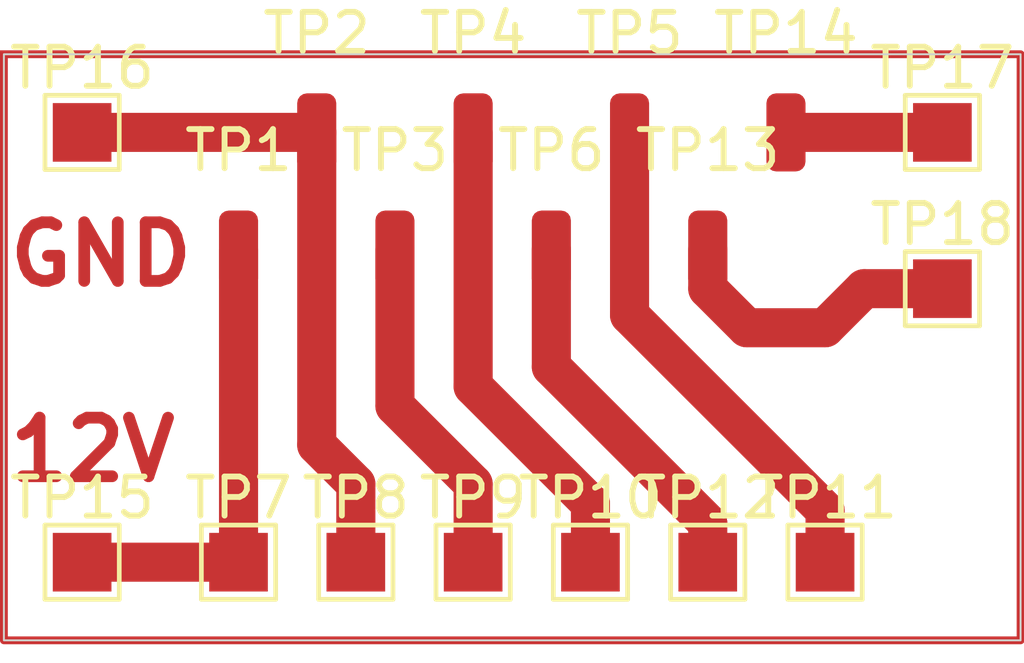
<source format=kicad_pcb>
(kicad_pcb (version 20240108) (generator "pcbnew") (generator_version "8.0")
  (layers (0 "F.Cu" signal) (31 "B.Cu" signal) (34 "B.Paste" user) (35 "F.Paste" user) (36 "B.SilkS" user "B.Silkscreen") (37 "F.SilkS" user "F.Silkscreen") (38 "B.Mask" user) (39 "F.Mask" user) (44 "Edge.Cuts" user))
  (net 0 "")
  (net 1 "Net-(TP1-Pad1)")
  (net 2 "Net-(TP16-Pad1)")
  (net 3 "Net-(TP3-Pad1)")
  (net 4 "Net-(TP10-Pad1)")
  (net 5 "Net-(TP11-Pad1)")
  (net 6 "Net-(TP12-Pad1)")
  (net 7 "Net-(TP13-Pad1)")
  (net 8 "Net-(TP14-Pad1)")
  (footprint "TestPoint:TestPoint_Pad_1.5x1.5mm" (layer "F.Cu") (at 36 14)
    (property "Reference" "TP17" (at 0 -1.648 0) (layer "F.SilkS"))
    (property "Value" "B")
    (fp_line (start -0.95 -0.95) (end 0.95 -0.95) (stroke (width 0.12)) (layer "F.SilkS"))
    (fp_line (start -0.95 0.95) (end -0.95 -0.95) (stroke (width 0.12)) (layer "F.SilkS"))
    (fp_line (start 0.95 -0.95) (end 0.95 0.95) (stroke (width 0.12)) (layer "F.SilkS"))
    (fp_line (start 0.95 0.95) (end -0.95 0.95) (stroke (width 0.12)) (layer "F.SilkS"))
    (pad "1" smd rect (at 0 0) (size 1.5 1.5) (layers "F.Cu" "F.Mask") (net 8 "Net-(TP14-Pad1)"))
  )
  (footprint "TestPoint:TestPoint_Pad_1.5x1.5mm" (layer "F.Cu") (at 33 25)
    (property "Reference" "TP11" (at 0 -1.648 0) (layer "F.SilkS"))
    (property "Value" "CANH")
    (fp_line (start -0.95 -0.95) (end 0.95 -0.95) (stroke (width 0.12)) (layer "F.SilkS"))
    (fp_line (start -0.95 0.95) (end -0.95 -0.95) (stroke (width 0.12)) (layer "F.SilkS"))
    (fp_line (start 0.95 -0.95) (end 0.95 0.95) (stroke (width 0.12)) (layer "F.SilkS"))
    (fp_line (start 0.95 0.95) (end -0.95 0.95) (stroke (width 0.12)) (layer "F.SilkS"))
    (pad "1" smd rect (at 0 0) (size 1.5 1.5) (layers "F.Cu" "F.Mask") (net 5 "Net-(TP11-Pad1)"))
  )
  (footprint "Connector_Wire:SolderWirePad_1x01_SMD_1x2mm" (layer "F.Cu") (at 26 17)
    (property "Reference" "TP6" (at 0 -2.54 0) (layer "F.SilkS"))
    (property "Value" "CAN_L")
    (pad "1" smd roundrect (at 0 0) (size 1 2) (layers "F.Cu" "F.Paste" "F.Mask") (net 6 "Net-(TP12-Pad1)"))
  )
  (footprint "Connector_Wire:SolderWirePad_1x01_SMD_1x2mm" (layer "F.Cu") (at 30 17)
    (property "Reference" "TP13" (at 0 -2.54 0) (layer "F.SilkS"))
    (property "Value" "AUX_A")
    (pad "1" smd roundrect (at 0 0) (size 1 2) (layers "F.Cu" "F.Paste" "F.Mask") (net 7 "Net-(TP13-Pad1)"))
  )
  (footprint "TestPoint:TestPoint_Pad_1.5x1.5mm" (layer "F.Cu") (at 27 25)
    (property "Reference" "TP10" (at 0 -1.648 0) (layer "F.SilkS"))
    (property "Value" "LVDS-")
    (fp_line (start -0.95 -0.95) (end 0.95 -0.95) (stroke (width 0.12)) (layer "F.SilkS"))
    (fp_line (start -0.95 0.95) (end -0.95 -0.95) (stroke (width 0.12)) (layer "F.SilkS"))
    (fp_line (start 0.95 -0.95) (end 0.95 0.95) (stroke (width 0.12)) (layer "F.SilkS"))
    (fp_line (start 0.95 0.95) (end -0.95 0.95) (stroke (width 0.12)) (layer "F.SilkS"))
    (pad "1" smd rect (at 0 0) (size 1.5 1.5) (layers "F.Cu" "F.Mask") (net 4 "Net-(TP10-Pad1)"))
  )
  (footprint "TestPoint:TestPoint_Pad_1.5x1.5mm" (layer "F.Cu") (at 21 25)
    (property "Reference" "TP8" (at 0 -1.648 0) (layer "F.SilkS"))
    (property "Value" "GND")
    (fp_line (start -0.95 -0.95) (end 0.95 -0.95) (stroke (width 0.12)) (layer "F.SilkS"))
    (fp_line (start -0.95 0.95) (end -0.95 -0.95) (stroke (width 0.12)) (layer "F.SilkS"))
    (fp_line (start 0.95 -0.95) (end 0.95 0.95) (stroke (width 0.12)) (layer "F.SilkS"))
    (fp_line (start 0.95 0.95) (end -0.95 0.95) (stroke (width 0.12)) (layer "F.SilkS"))
    (pad "1" smd rect (at 0 0) (size 1.5 1.5) (layers "F.Cu" "F.Mask") (net 2 "Net-(TP16-Pad1)"))
  )
  (footprint "TestPoint:TestPoint_Pad_1.5x1.5mm" (layer "F.Cu") (at 24 25)
    (property "Reference" "TP9" (at 0 -1.648 0) (layer "F.SilkS"))
    (property "Value" "LVDS+")
    (fp_line (start -0.95 -0.95) (end 0.95 -0.95) (stroke (width 0.12)) (layer "F.SilkS"))
    (fp_line (start -0.95 0.95) (end -0.95 -0.95) (stroke (width 0.12)) (layer "F.SilkS"))
    (fp_line (start 0.95 -0.95) (end 0.95 0.95) (stroke (width 0.12)) (layer "F.SilkS"))
    (fp_line (start 0.95 0.95) (end -0.95 0.95) (stroke (width 0.12)) (layer "F.SilkS"))
    (pad "1" smd rect (at 0 0) (size 1.5 1.5) (layers "F.Cu" "F.Mask") (net 3 "Net-(TP3-Pad1)"))
  )
  (footprint "TestPoint:TestPoint_Pad_1.5x1.5mm" (layer "F.Cu") (at 18 25)
    (property "Reference" "TP7" (at 0 -1.648 0) (layer "F.SilkS"))
    (property "Value" "12V")
    (fp_line (start -0.95 -0.95) (end 0.95 -0.95) (stroke (width 0.12)) (layer "F.SilkS"))
    (fp_line (start -0.95 0.95) (end -0.95 -0.95) (stroke (width 0.12)) (layer "F.SilkS"))
    (fp_line (start 0.95 -0.95) (end 0.95 0.95) (stroke (width 0.12)) (layer "F.SilkS"))
    (fp_line (start 0.95 0.95) (end -0.95 0.95) (stroke (width 0.12)) (layer "F.SilkS"))
    (pad "1" smd rect (at 0 0) (size 1.5 1.5) (layers "F.Cu" "F.Mask") (net 1 "Net-(TP1-Pad1)"))
  )
  (footprint "TestPoint:TestPoint_Pad_1.5x1.5mm" (layer "F.Cu") (at 36 18)
    (property "Reference" "TP18" (at 0 -1.648 0) (layer "F.SilkS"))
    (property "Value" "A")
    (fp_line (start -0.95 -0.95) (end 0.95 -0.95) (stroke (width 0.12)) (layer "F.SilkS"))
    (fp_line (start -0.95 0.95) (end -0.95 -0.95) (stroke (width 0.12)) (layer "F.SilkS"))
    (fp_line (start 0.95 -0.95) (end 0.95 0.95) (stroke (width 0.12)) (layer "F.SilkS"))
    (fp_line (start 0.95 0.95) (end -0.95 0.95) (stroke (width 0.12)) (layer "F.SilkS"))
    (pad "1" smd rect (at 0 0) (size 1.5 1.5) (layers "F.Cu" "F.Mask") (net 7 "Net-(TP13-Pad1)"))
  )
  (footprint "Connector_Wire:SolderWirePad_1x01_SMD_1x2mm" (layer "F.Cu") (at 28 14)
    (property "Reference" "TP5" (at 0 -2.54 0) (layer "F.SilkS"))
    (property "Value" "CANH")
    (pad "1" smd roundrect (at 0 0) (size 1 2) (layers "F.Cu" "F.Paste" "F.Mask") (net 5 "Net-(TP11-Pad1)"))
  )
  (footprint "Connector_Wire:SolderWirePad_1x01_SMD_1x2mm" (layer "F.Cu") (at 18 17)
    (property "Reference" "TP1" (at 0 -2.54 0) (layer "F.SilkS"))
    (property "Value" "12V")
    (pad "1" smd roundrect (at 0 0) (size 1 2) (layers "F.Cu" "F.Paste" "F.Mask") (net 1 "Net-(TP1-Pad1)"))
  )
  (footprint "Connector_Wire:SolderWirePad_1x01_SMD_1x2mm" (layer "F.Cu") (at 32 14)
    (property "Reference" "TP14" (at 0 -2.54 0) (layer "F.SilkS"))
    (property "Value" "AUX_B")
    (pad "1" smd roundrect (at 0 0) (size 1 2) (layers "F.Cu" "F.Paste" "F.Mask") (net 8 "Net-(TP14-Pad1)"))
  )
  (footprint "Connector_Wire:SolderWirePad_1x01_SMD_1x2mm" (layer "F.Cu") (at 24 14)
    (property "Reference" "TP4" (at 0 -2.54 0) (layer "F.SilkS"))
    (property "Value" "LVDS-")
    (pad "1" smd roundrect (at 0 0) (size 1 2) (layers "F.Cu" "F.Paste" "F.Mask") (net 4 "Net-(TP10-Pad1)"))
  )
  (footprint "Connector_Wire:SolderWirePad_1x01_SMD_1x2mm" (layer "F.Cu") (at 20 14)
    (property "Reference" "TP2" (at 0 -2.54 0) (layer "F.SilkS"))
    (property "Value" "GND")
    (pad "1" smd roundrect (at 0 0) (size 1 2) (layers "F.Cu" "F.Paste" "F.Mask") (net 2 "Net-(TP16-Pad1)"))
  )
  (footprint "TestPoint:TestPoint_Pad_1.5x1.5mm" (layer "F.Cu") (at 14 14)
    (property "Reference" "TP16" (at 0 -1.648 0) (layer "F.SilkS"))
    (property "Value" "GND")
    (fp_line (start -0.95 -0.95) (end 0.95 -0.95) (stroke (width 0.12)) (layer "F.SilkS"))
    (fp_line (start -0.95 0.95) (end -0.95 -0.95) (stroke (width 0.12)) (layer "F.SilkS"))
    (fp_line (start 0.95 -0.95) (end 0.95 0.95) (stroke (width 0.12)) (layer "F.SilkS"))
    (fp_line (start 0.95 0.95) (end -0.95 0.95) (stroke (width 0.12)) (layer "F.SilkS"))
    (pad "1" smd rect (at 0 0) (size 1.5 1.5) (layers "F.Cu" "F.Mask") (net 2 "Net-(TP16-Pad1)"))
  )
  (footprint "TestPoint:TestPoint_Pad_1.5x1.5mm" (layer "F.Cu") (at 14 25)
    (property "Reference" "TP15" (at 0 -1.648 0) (layer "F.SilkS"))
    (property "Value" "12V")
    (fp_line (start -0.95 -0.95) (end 0.95 -0.95) (stroke (width 0.12)) (layer "F.SilkS"))
    (fp_line (start -0.95 0.95) (end -0.95 -0.95) (stroke (width 0.12)) (layer "F.SilkS"))
    (fp_line (start 0.95 -0.95) (end 0.95 0.95) (stroke (width 0.12)) (layer "F.SilkS"))
    (fp_line (start 0.95 0.95) (end -0.95 0.95) (stroke (width 0.12)) (layer "F.SilkS"))
    (pad "1" smd rect (at 0 0) (size 1.5 1.5) (layers "F.Cu" "F.Mask") (net 1 "Net-(TP1-Pad1)"))
  )
  (footprint "TestPoint:TestPoint_Pad_1.5x1.5mm" (layer "F.Cu") (at 30 25)
    (property "Reference" "TP12" (at 0 -1.648 0) (layer "F.SilkS"))
    (property "Value" "CAN_L")
    (fp_line (start -0.95 -0.95) (end 0.95 -0.95) (stroke (width 0.12)) (layer "F.SilkS"))
    (fp_line (start -0.95 0.95) (end -0.95 -0.95) (stroke (width 0.12)) (layer "F.SilkS"))
    (fp_line (start 0.95 -0.95) (end 0.95 0.95) (stroke (width 0.12)) (layer "F.SilkS"))
    (fp_line (start 0.95 0.95) (end -0.95 0.95) (stroke (width 0.12)) (layer "F.SilkS"))
    (pad "1" smd rect (at 0 0) (size 1.5 1.5) (layers "F.Cu" "F.Mask") (net 6 "Net-(TP12-Pad1)"))
  )
  (footprint "Connector_Wire:SolderWirePad_1x01_SMD_1x2mm" (layer "F.Cu") (at 22 17)
    (property "Reference" "TP3" (at 0 -2.54 0) (layer "F.SilkS"))
    (property "Value" "LVDS+")
    (pad "1" smd roundrect (at 0 0) (size 1 2) (layers "F.Cu" "F.Paste" "F.Mask") (net 3 "Net-(TP3-Pad1)"))
  )
  (gr_rect (start 12 12) (end 38 27) (stroke (width 0.2)) (fill none) (layer "F.Cu"))
  (gr_rect (start 12 12) (end 38 27) (stroke (width 0.05)) (fill none) (layer "Edge.Cuts"))
  (gr_text "GND" (at 12 18 0) (layer "F.Cu") (effects (font (size 1.5 1.5) (thickness 0.3) (bold yes)) (justify left bottom)))
  (gr_text "12V" (at 12 23 0) (layer "F.Cu") (effects (font (size 1.5 1.5) (thickness 0.3) (bold yes)) (justify left bottom)))
  (segment (start 14 25) (end 18 25) (width 1) (layer "F.Cu") (net 1))
  (segment (start 18 17) (end 18 25) (width 1) (layer "F.Cu") (net 1))
  (segment (start 21 23) (end 21 25) (width 1) (layer "F.Cu") (net 2))
  (segment (start 14 14) (end 20 14) (width 1) (layer "F.Cu") (net 2))
  (segment (start 20 14) (end 20 22) (width 1) (layer "F.Cu") (net 2))
  (segment (start 20 22) (end 21 23) (width 1) (layer "F.Cu") (net 2))
  (segment (start 22 21) (end 24 23) (width 1) (layer "F.Cu") (net 3))
  (segment (start 22 17) (end 22 21) (width 1) (layer "F.Cu") (net 3))
  (segment (start 24 23) (end 24 25) (width 1) (layer "F.Cu") (net 3))
  (segment (start 27 23.5) (end 27 25) (width 1) (layer "F.Cu") (net 4))
  (segment (start 24 14) (end 24 20.5) (width 1) (layer "F.Cu") (net 4))
  (segment (start 24 20.5) (end 27 23.5) (width 1) (layer "F.Cu") (net 4))
  (segment (start 33 23.675215) (end 33 25) (width 1) (layer "F.Cu") (net 5))
  (segment (start 28 18.675215) (end 33 23.675215) (width 1) (layer "F.Cu") (net 5))
  (segment (start 28 14) (end 28 18.675215) (width 1) (layer "F.Cu") (net 5))
  (segment (start 26 17) (end 26 20) (width 1) (layer "F.Cu") (net 6))
  (segment (start 30 24) (end 30 25) (width 1) (layer "F.Cu") (net 6))
  (segment (start 26 20) (end 30 24) (width 1) (layer "F.Cu") (net 6))
  (segment (start 30 18) (end 31 19) (width 1) (layer "F.Cu") (net 7))
  (segment (start 31 19) (end 33 19) (width 1) (layer "F.Cu") (net 7))
  (segment (start 34 18) (end 36 18) (width 1) (layer "F.Cu") (net 7))
  (segment (start 30 17) (end 30 18) (width 1) (layer "F.Cu") (net 7))
  (segment (start 33 19) (end 34 18) (width 1) (layer "F.Cu") (net 7))
  (segment (start 32 14) (end 36 14) (width 1) (layer "F.Cu") (net 8))
)
</source>
